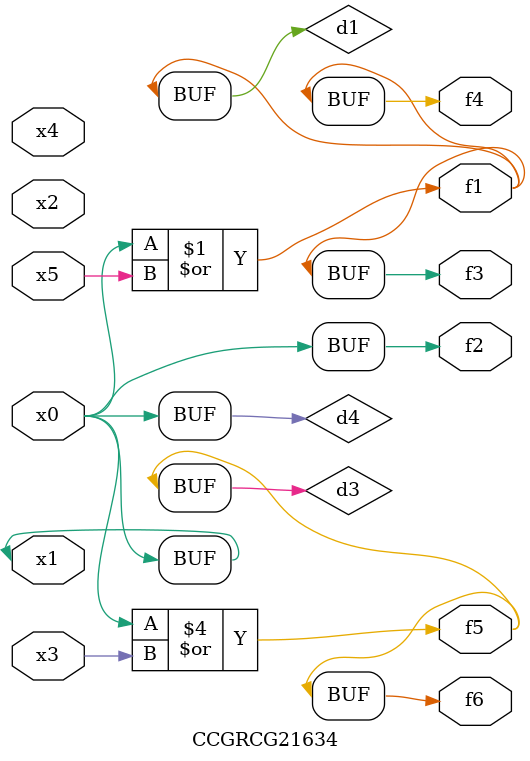
<source format=v>
module CCGRCG21634(
	input x0, x1, x2, x3, x4, x5,
	output f1, f2, f3, f4, f5, f6
);

	wire d1, d2, d3, d4;

	or (d1, x0, x5);
	xnor (d2, x1, x4);
	or (d3, x0, x3);
	buf (d4, x0, x1);
	assign f1 = d1;
	assign f2 = d4;
	assign f3 = d1;
	assign f4 = d1;
	assign f5 = d3;
	assign f6 = d3;
endmodule

</source>
